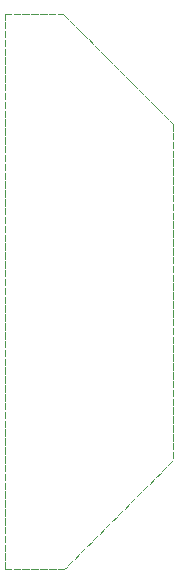
<source format=gbr>
%TF.GenerationSoftware,KiCad,Pcbnew,8.0.1*%
%TF.CreationDate,2024-03-29T22:35:27+02:00*%
%TF.ProjectId,COOLER BASE,434f4f4c-4552-4204-9241-53452e6b6963,rev?*%
%TF.SameCoordinates,Original*%
%TF.FileFunction,Profile,NP*%
%FSLAX46Y46*%
G04 Gerber Fmt 4.6, Leading zero omitted, Abs format (unit mm)*
G04 Created by KiCad (PCBNEW 8.0.1) date 2024-03-29 22:35:27*
%MOMM*%
%LPD*%
G01*
G04 APERTURE LIST*
%TA.AperFunction,Profile*%
%ADD10C,0.050000*%
%TD*%
G04 APERTURE END LIST*
D10*
X113000000Y-64060000D02*
X113550000Y-64060000D01*
X113750000Y-64060000D02*
X114300000Y-64060000D01*
X114500000Y-64060000D02*
X115050000Y-64060000D01*
X115250000Y-64060000D02*
X115800000Y-64060000D01*
X116000000Y-64060000D02*
X116550000Y-64060000D01*
X116750000Y-64060000D02*
X117300000Y-64060000D01*
X117500000Y-64060000D02*
X117980000Y-64060000D01*
X117980000Y-64060000D02*
X118368909Y-64448909D01*
X118510330Y-64590330D02*
X118899239Y-64979239D01*
X119040660Y-65120660D02*
X119429569Y-65509569D01*
X119570990Y-65650990D02*
X119959899Y-66039899D01*
X120101320Y-66181320D02*
X120490229Y-66570229D01*
X120631650Y-66711650D02*
X121020559Y-67100559D01*
X121161981Y-67241981D02*
X121550889Y-67630889D01*
X121692311Y-67772311D02*
X122081219Y-68161219D01*
X122222641Y-68302641D02*
X122611549Y-68691549D01*
X122752971Y-68832971D02*
X123141880Y-69221880D01*
X123283301Y-69363301D02*
X123672210Y-69752210D01*
X123813631Y-69893631D02*
X124202540Y-70282540D01*
X124343961Y-70423961D02*
X124732870Y-70812870D01*
X124874291Y-70954291D02*
X125263200Y-71343200D01*
X125404621Y-71484621D02*
X125793530Y-71873530D01*
X125934951Y-72014951D02*
X126323860Y-72403860D01*
X126465281Y-72545281D02*
X126854190Y-72934190D01*
X126995611Y-73075611D02*
X127260000Y-73340000D01*
X127260000Y-73340000D02*
X127260000Y-73890000D01*
X127260000Y-74090000D02*
X127260000Y-74640000D01*
X127260000Y-74840000D02*
X127260000Y-75390000D01*
X127260000Y-75590000D02*
X127260000Y-76140000D01*
X127260000Y-76340000D02*
X127260000Y-76890000D01*
X127260000Y-77090000D02*
X127260000Y-77640000D01*
X127260000Y-77840000D02*
X127260000Y-78390000D01*
X127260000Y-78590000D02*
X127260000Y-79140000D01*
X127260000Y-79340000D02*
X127260000Y-79890000D01*
X127260000Y-80090000D02*
X127260000Y-80640000D01*
X127260000Y-80840000D02*
X127260000Y-81390000D01*
X127260000Y-81590000D02*
X127260000Y-82140000D01*
X127260000Y-82340000D02*
X127260000Y-82890000D01*
X127260000Y-83090000D02*
X127260000Y-83640000D01*
X127260000Y-83840000D02*
X127260000Y-84390000D01*
X127260000Y-84590000D02*
X127260000Y-85140000D01*
X127260000Y-85340000D02*
X127260000Y-85890000D01*
X127260000Y-86090000D02*
X127260000Y-86640000D01*
X127260000Y-86840000D02*
X127260000Y-87390000D01*
X127260000Y-87590000D02*
X127260000Y-88140000D01*
X127260000Y-88340000D02*
X127260000Y-88890000D01*
X127260000Y-89090000D02*
X127260000Y-89640000D01*
X127260000Y-89840000D02*
X127260000Y-90390000D01*
X127260000Y-90590000D02*
X127260000Y-91140000D01*
X127260000Y-91340000D02*
X127260000Y-91890000D01*
X127260000Y-92090000D02*
X127260000Y-92640000D01*
X127260000Y-92840000D02*
X127260000Y-93390000D01*
X127260000Y-93590000D02*
X127260000Y-94140000D01*
X127260000Y-94340000D02*
X127260000Y-94890000D01*
X127260000Y-95090000D02*
X127260000Y-95640000D01*
X127260000Y-95840000D02*
X127260000Y-96390000D01*
X127260000Y-96590000D02*
X127260000Y-97140000D01*
X127260000Y-97340000D02*
X127260000Y-97890000D01*
X127260000Y-98090000D02*
X127260000Y-98640000D01*
X127260000Y-98840000D02*
X127260000Y-99390000D01*
X127260000Y-99590000D02*
X127260000Y-100140000D01*
X127260000Y-100340000D02*
X127260000Y-100890000D01*
X127260000Y-101090000D02*
X127260000Y-101640000D01*
X127260000Y-101800000D02*
X126871091Y-102188909D01*
X126729670Y-102330330D02*
X126340761Y-102719239D01*
X126199340Y-102860660D02*
X125810431Y-103249569D01*
X125669010Y-103390990D02*
X125280101Y-103779899D01*
X125138680Y-103921320D02*
X124749771Y-104310229D01*
X124608350Y-104451650D02*
X124219441Y-104840559D01*
X124078019Y-104981981D02*
X123689111Y-105370889D01*
X123547689Y-105512311D02*
X123158781Y-105901219D01*
X123017359Y-106042641D02*
X122628451Y-106431549D01*
X122487029Y-106572971D02*
X122098120Y-106961880D01*
X121956699Y-107103301D02*
X121567790Y-107492210D01*
X121426369Y-107633631D02*
X121037460Y-108022540D01*
X120896039Y-108163961D02*
X120507130Y-108552870D01*
X120365709Y-108694291D02*
X119976800Y-109083200D01*
X119835379Y-109224621D02*
X119446470Y-109613530D01*
X119305049Y-109754951D02*
X118916140Y-110143860D01*
X118774719Y-110285281D02*
X118385810Y-110674190D01*
X118244389Y-110815611D02*
X118060000Y-111000000D01*
X118060000Y-111000000D02*
X117510000Y-111000000D01*
X117310000Y-111000000D02*
X116760000Y-111000000D01*
X116560000Y-111000000D02*
X116010000Y-111000000D01*
X115810000Y-111000000D02*
X115260000Y-111000000D01*
X115060000Y-111000000D02*
X114510000Y-111000000D01*
X114310000Y-111000000D02*
X113760000Y-111000000D01*
X113560000Y-111000000D02*
X113010000Y-111000000D01*
X112990000Y-111000000D02*
X112990000Y-110450000D01*
X112990000Y-110250000D02*
X112990000Y-109700000D01*
X112990000Y-109500000D02*
X112990000Y-108950000D01*
X112990000Y-108750000D02*
X112990000Y-108200000D01*
X112990000Y-108000000D02*
X112990000Y-107450000D01*
X112990000Y-107250000D02*
X112990000Y-106700000D01*
X112990000Y-106500000D02*
X112990000Y-105950000D01*
X112990000Y-105750000D02*
X112990000Y-105200000D01*
X112990000Y-105000000D02*
X112990000Y-104450000D01*
X112990000Y-104250000D02*
X112990000Y-103700000D01*
X112990000Y-103500000D02*
X112990000Y-102950000D01*
X112990000Y-102750000D02*
X112990000Y-102200000D01*
X112990000Y-102000000D02*
X112990000Y-101450000D01*
X112990000Y-101250000D02*
X112990000Y-100700000D01*
X112990000Y-100500000D02*
X112990000Y-99950000D01*
X112990000Y-99750000D02*
X112990000Y-99200000D01*
X112990000Y-99000000D02*
X112990000Y-98450000D01*
X112990000Y-98250000D02*
X112990000Y-97700000D01*
X112990000Y-97500000D02*
X112990000Y-96950000D01*
X112990000Y-96750000D02*
X112990000Y-96200000D01*
X112990000Y-96000000D02*
X112990000Y-95450000D01*
X112990000Y-95250000D02*
X112990000Y-94700000D01*
X112990000Y-94500000D02*
X112990000Y-93950000D01*
X112990000Y-93750000D02*
X112990000Y-93200000D01*
X112990000Y-93000000D02*
X112990000Y-92450000D01*
X112990000Y-92250000D02*
X112990000Y-91700000D01*
X112990000Y-91500000D02*
X112990000Y-90950000D01*
X112990000Y-90750000D02*
X112990000Y-90200000D01*
X112990000Y-90000000D02*
X112990000Y-89450000D01*
X112990000Y-89250000D02*
X112990000Y-88700000D01*
X112990000Y-88500000D02*
X112990000Y-87950000D01*
X112990000Y-87750000D02*
X112990000Y-87200000D01*
X112990000Y-87000000D02*
X112990000Y-86450000D01*
X112990000Y-86250000D02*
X112990000Y-85700000D01*
X112990000Y-85500000D02*
X112990000Y-84950000D01*
X112990000Y-84750000D02*
X112990000Y-84200000D01*
X112990000Y-84000000D02*
X112990000Y-83450000D01*
X112990000Y-83250000D02*
X112990000Y-82700000D01*
X112990000Y-82500000D02*
X112990000Y-81950000D01*
X112990000Y-81750000D02*
X112990000Y-81200000D01*
X112990000Y-81000000D02*
X112990000Y-80450000D01*
X112990000Y-80250000D02*
X112990000Y-79700000D01*
X112990000Y-79500000D02*
X112990000Y-78950000D01*
X112990000Y-78750000D02*
X112990000Y-78200000D01*
X112990000Y-78000000D02*
X112990000Y-77450000D01*
X112990000Y-77250000D02*
X112990000Y-76700000D01*
X112990000Y-76500000D02*
X112990000Y-75950000D01*
X112990000Y-75750000D02*
X112990000Y-75200000D01*
X112990000Y-75000000D02*
X112990000Y-74450000D01*
X112990000Y-74250000D02*
X112990000Y-73700000D01*
X112990000Y-73500000D02*
X112990000Y-72950000D01*
X112990000Y-72750000D02*
X112990000Y-72200000D01*
X112990000Y-72000000D02*
X112990000Y-71450000D01*
X112990000Y-71250000D02*
X112990000Y-70700000D01*
X112990000Y-70500000D02*
X112990000Y-69950000D01*
X112990000Y-69750000D02*
X112990000Y-69200000D01*
X112990000Y-69000000D02*
X112990000Y-68450000D01*
X112990000Y-68250000D02*
X112990000Y-67700000D01*
X112990000Y-67500000D02*
X112990000Y-66950000D01*
X112990000Y-66750000D02*
X112990000Y-66200000D01*
X112990000Y-66000000D02*
X112990000Y-65450000D01*
X112990000Y-65250000D02*
X112990000Y-64700000D01*
X112990000Y-64500000D02*
X112990000Y-64070000D01*
X112990000Y-64070000D02*
X113000000Y-64060000D01*
M02*

</source>
